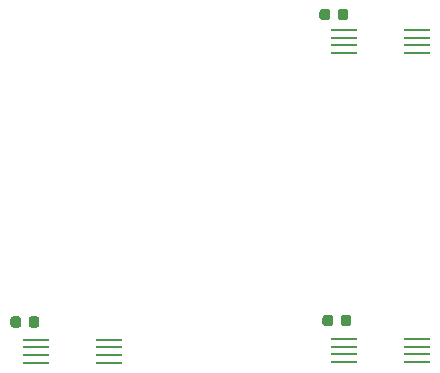
<source format=gbr>
%TF.GenerationSoftware,KiCad,Pcbnew,(5.1.10)-1*%
%TF.CreationDate,2023-09-11T17:59:31-05:00*%
%TF.ProjectId,perovskite_contact_board,7065726f-7673-46b6-9974-655f636f6e74,V3*%
%TF.SameCoordinates,Original*%
%TF.FileFunction,Paste,Bot*%
%TF.FilePolarity,Positive*%
%FSLAX46Y46*%
G04 Gerber Fmt 4.6, Leading zero omitted, Abs format (unit mm)*
G04 Created by KiCad (PCBNEW (5.1.10)-1) date 2023-09-11 17:59:31*
%MOMM*%
%LPD*%
G01*
G04 APERTURE LIST*
%ADD10R,2.200000X0.220000*%
G04 APERTURE END LIST*
%TO.C,C5*%
G36*
G01*
X159583000Y-108200000D02*
X159583000Y-107700000D01*
G75*
G02*
X159808000Y-107475000I225000J0D01*
G01*
X160258000Y-107475000D01*
G75*
G02*
X160483000Y-107700000I0J-225000D01*
G01*
X160483000Y-108200000D01*
G75*
G02*
X160258000Y-108425000I-225000J0D01*
G01*
X159808000Y-108425000D01*
G75*
G02*
X159583000Y-108200000I0J225000D01*
G01*
G37*
G36*
G01*
X158033000Y-108200000D02*
X158033000Y-107700000D01*
G75*
G02*
X158258000Y-107475000I225000J0D01*
G01*
X158708000Y-107475000D01*
G75*
G02*
X158933000Y-107700000I0J-225000D01*
G01*
X158933000Y-108200000D01*
G75*
G02*
X158708000Y-108425000I-225000J0D01*
G01*
X158258000Y-108425000D01*
G75*
G02*
X158033000Y-108200000I0J225000D01*
G01*
G37*
%TD*%
%TO.C,C4*%
G36*
G01*
X133167000Y-108327000D02*
X133167000Y-107827000D01*
G75*
G02*
X133392000Y-107602000I225000J0D01*
G01*
X133842000Y-107602000D01*
G75*
G02*
X134067000Y-107827000I0J-225000D01*
G01*
X134067000Y-108327000D01*
G75*
G02*
X133842000Y-108552000I-225000J0D01*
G01*
X133392000Y-108552000D01*
G75*
G02*
X133167000Y-108327000I0J225000D01*
G01*
G37*
G36*
G01*
X131617000Y-108327000D02*
X131617000Y-107827000D01*
G75*
G02*
X131842000Y-107602000I225000J0D01*
G01*
X132292000Y-107602000D01*
G75*
G02*
X132517000Y-107827000I0J-225000D01*
G01*
X132517000Y-108327000D01*
G75*
G02*
X132292000Y-108552000I-225000J0D01*
G01*
X131842000Y-108552000D01*
G75*
G02*
X131617000Y-108327000I0J225000D01*
G01*
G37*
%TD*%
%TO.C,C3*%
G36*
G01*
X159329000Y-82292000D02*
X159329000Y-81792000D01*
G75*
G02*
X159554000Y-81567000I225000J0D01*
G01*
X160004000Y-81567000D01*
G75*
G02*
X160229000Y-81792000I0J-225000D01*
G01*
X160229000Y-82292000D01*
G75*
G02*
X160004000Y-82517000I-225000J0D01*
G01*
X159554000Y-82517000D01*
G75*
G02*
X159329000Y-82292000I0J225000D01*
G01*
G37*
G36*
G01*
X157779000Y-82292000D02*
X157779000Y-81792000D01*
G75*
G02*
X158004000Y-81567000I225000J0D01*
G01*
X158454000Y-81567000D01*
G75*
G02*
X158679000Y-81792000I0J-225000D01*
G01*
X158679000Y-82292000D01*
G75*
G02*
X158454000Y-82517000I-225000J0D01*
G01*
X158004000Y-82517000D01*
G75*
G02*
X157779000Y-82292000I0J225000D01*
G01*
G37*
%TD*%
D10*
%TO.C,U6*%
X159841000Y-109515000D03*
X166041000Y-109515000D03*
X159841000Y-110165000D03*
X166041000Y-110165000D03*
X159841000Y-110815000D03*
X166041000Y-110815000D03*
X159841000Y-111465000D03*
X166041000Y-111465000D03*
%TD*%
%TO.C,U5*%
X133742500Y-109578500D03*
X139942500Y-109578500D03*
X133742500Y-110228500D03*
X139942500Y-110228500D03*
X133742500Y-110878500D03*
X139942500Y-110878500D03*
X133742500Y-111528500D03*
X139942500Y-111528500D03*
%TD*%
%TO.C,U4*%
X159841000Y-83353000D03*
X166041000Y-83353000D03*
X159841000Y-84003000D03*
X166041000Y-84003000D03*
X159841000Y-84653000D03*
X166041000Y-84653000D03*
X159841000Y-85303000D03*
X166041000Y-85303000D03*
%TD*%
M02*

</source>
